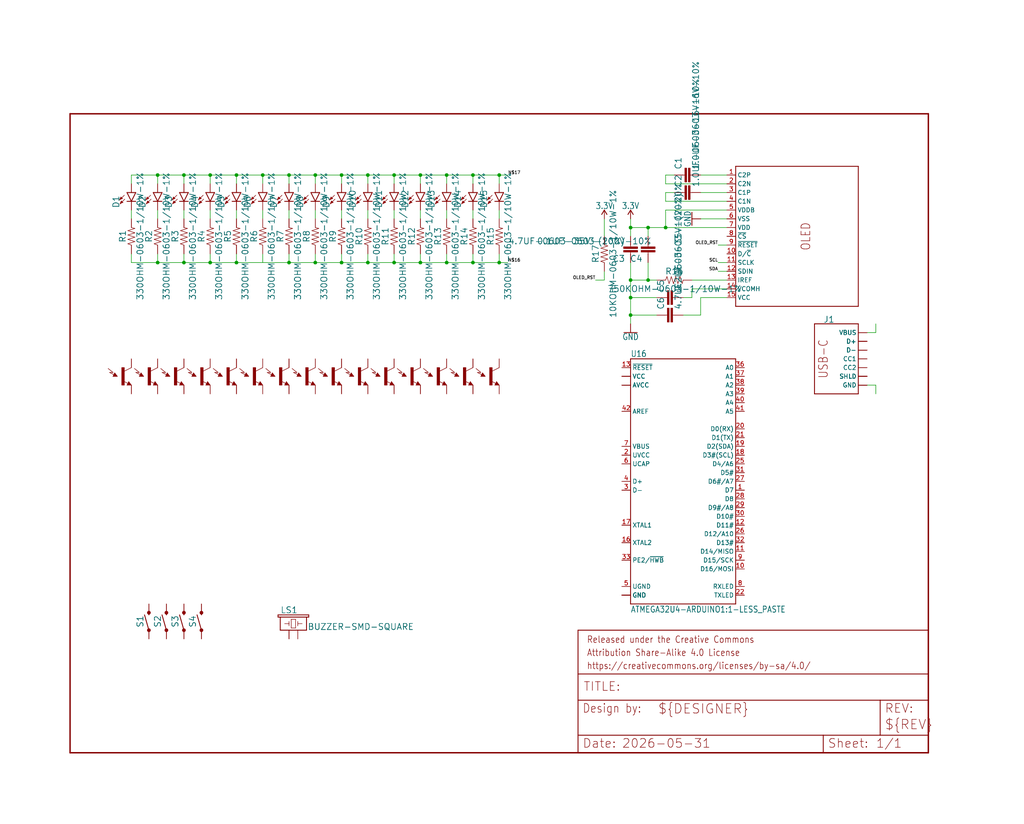
<source format=kicad_sch>
(kicad_sch (version 20230121) (generator eeschema)
  (paper "User" 297.002 239.116)
  (lib_symbols
    (symbol "working-eagle-import:0.1UF-0603-100V-10%"
      (property "Reference" "C" (at 1.524 2.921 0))
      (symbol "0.1UF-0603-100V-10%_1_0"
        (rectangle (start -2.032 0.508) (end 2.032 1.016) (fill (type outline)))
        (rectangle (start -2.032 1.524) (end 2.032 2.032) (fill (type outline)))
        (polyline (pts (xy 0 0) (xy 0 0.508)) (stroke (width 0.1524)))
        (polyline (pts (xy 0 2.54) (xy 0 2.032)) (stroke (width 0.1524)))
        (pin passive line (at 0 5.08 270) (length 2.54) (name "1") (number "1"))
        (pin passive line (at 0 -2.54 90) (length 2.54) (name "2") (number "2"))
      )
    )
    (symbol "working-eagle-import:1.0UF-0603-16V-10%"
      (property "Reference" "C" (at 1.524 2.921 0))
      (symbol "1.0UF-0603-16V-10%_1_0"
        (rectangle (start -2.032 0.508) (end 2.032 1.016) (fill (type outline)))
        (rectangle (start -2.032 1.524) (end 2.032 2.032) (fill (type outline)))
        (polyline (pts (xy 0 0) (xy 0 0.508)) (stroke (width 0.1524)))
        (polyline (pts (xy 0 2.54) (xy 0 2.032)) (stroke (width 0.1524)))
        (pin passive line (at 0 5.08 270) (length 2.54) (name "1") (number "1"))
        (pin passive line (at 0 -2.54 90) (length 2.54) (name "2") (number "2"))
      )
    )
    (symbol "working-eagle-import:10KOHM-0603-1/10W-1%"
      (property "Reference" "R" (at 0 1.524 0))
      (symbol "10KOHM-0603-1/10W-1%_1_0"
        (polyline (pts (xy -2.54 0) (xy -2.159 1.016)) (stroke (width 0.1524)))
        (polyline (pts (xy -2.159 1.016) (xy -1.524 -1.016)) (stroke (width 0.1524)))
        (polyline (pts (xy -1.524 -1.016) (xy -0.889 1.016)) (stroke (width 0.1524)))
        (polyline (pts (xy -0.889 1.016) (xy -0.254 -1.016)) (stroke (width 0.1524)))
        (polyline (pts (xy -0.254 -1.016) (xy 0.381 1.016)) (stroke (width 0.1524)))
        (polyline (pts (xy 0.381 1.016) (xy 1.016 -1.016)) (stroke (width 0.1524)))
        (polyline (pts (xy 1.016 -1.016) (xy 1.651 1.016)) (stroke (width 0.1524)))
        (polyline (pts (xy 1.651 1.016) (xy 2.286 -1.016)) (stroke (width 0.1524)))
        (polyline (pts (xy 2.286 -1.016) (xy 2.54 0)) (stroke (width 0.1524)))
        (pin passive line (at -5.08 0 0) (length 2.54) (name "1") (number "1"))
        (pin passive line (at 5.08 0 180) (length 2.54) (name "2") (number "2"))
      )
    )
    (symbol "working-eagle-import:2.2UF-0603-10V-20%"
      (property "Reference" "C" (at 1.524 2.921 0))
      (symbol "2.2UF-0603-10V-20%_1_0"
        (rectangle (start -2.032 0.508) (end 2.032 1.016) (fill (type outline)))
        (rectangle (start -2.032 1.524) (end 2.032 2.032) (fill (type outline)))
        (polyline (pts (xy 0 0) (xy 0 0.508)) (stroke (width 0.1524)))
        (polyline (pts (xy 0 2.54) (xy 0 2.032)) (stroke (width 0.1524)))
        (pin passive line (at 0 5.08 270) (length 2.54) (name "1") (number "1"))
        (pin passive line (at 0 -2.54 90) (length 2.54) (name "2") (number "2"))
      )
    )
    (symbol "working-eagle-import:3.3V" (power)
      (property "Value" "3.3V" (at 0 2.794 0))
      (symbol "3.3V_1_0"
        (polyline (pts (xy 0 2.54) (xy -0.762 1.27)) (stroke (width 0.254)))
        (polyline (pts (xy 0.762 1.27) (xy 0 2.54)) (stroke (width 0.254)))
        (pin power_in line (at 0 0 90) (length 2.54) (name "3.3V") (number "1"))
      )
    )
    (symbol "working-eagle-import:330OHM-0603-1/10W-1%"
      (property "Reference" "R" (at 0 1.524 0))
      (symbol "330OHM-0603-1/10W-1%_1_0"
        (polyline (pts (xy -2.54 0) (xy -2.159 1.016)) (stroke (width 0.1524)))
        (polyline (pts (xy -2.159 1.016) (xy -1.524 -1.016)) (stroke (width 0.1524)))
        (polyline (pts (xy -1.524 -1.016) (xy -0.889 1.016)) (stroke (width 0.1524)))
        (polyline (pts (xy -0.889 1.016) (xy -0.254 -1.016)) (stroke (width 0.1524)))
        (polyline (pts (xy -0.254 -1.016) (xy 0.381 1.016)) (stroke (width 0.1524)))
        (polyline (pts (xy 0.381 1.016) (xy 1.016 -1.016)) (stroke (width 0.1524)))
        (polyline (pts (xy 1.016 -1.016) (xy 1.651 1.016)) (stroke (width 0.1524)))
        (polyline (pts (xy 1.651 1.016) (xy 2.286 -1.016)) (stroke (width 0.1524)))
        (polyline (pts (xy 2.286 -1.016) (xy 2.54 0)) (stroke (width 0.1524)))
        (pin passive line (at -5.08 0 0) (length 2.54) (name "1") (number "1"))
        (pin passive line (at 5.08 0 180) (length 2.54) (name "2") (number "2"))
      )
    )
    (symbol "working-eagle-import:4.7UF-0603-35V-(20%)"
      (property "Reference" "C" (at 1.524 2.921 0))
      (symbol "4.7UF-0603-35V-(20%)_1_0"
        (rectangle (start -2.032 0.508) (end 2.032 1.016) (fill (type outline)))
        (rectangle (start -2.032 1.524) (end 2.032 2.032) (fill (type outline)))
        (polyline (pts (xy 0 0) (xy 0 0.508)) (stroke (width 0.1524)))
        (polyline (pts (xy 0 2.54) (xy 0 2.032)) (stroke (width 0.1524)))
        (pin passive line (at 0 5.08 270) (length 2.54) (name "1") (number "1"))
        (pin passive line (at 0 -2.54 90) (length 2.54) (name "2") (number "2"))
      )
    )
    (symbol "working-eagle-import:750KOHM-0603-1/10W-1%"
      (property "Reference" "R" (at 0 1.524 0))
      (symbol "750KOHM-0603-1/10W-1%_1_0"
        (polyline (pts (xy -2.54 0) (xy -2.159 1.016)) (stroke (width 0.1524)))
        (polyline (pts (xy -2.159 1.016) (xy -1.524 -1.016)) (stroke (width 0.1524)))
        (polyline (pts (xy -1.524 -1.016) (xy -0.889 1.016)) (stroke (width 0.1524)))
        (polyline (pts (xy -0.889 1.016) (xy -0.254 -1.016)) (stroke (width 0.1524)))
        (polyline (pts (xy -0.254 -1.016) (xy 0.381 1.016)) (stroke (width 0.1524)))
        (polyline (pts (xy 0.381 1.016) (xy 1.016 -1.016)) (stroke (width 0.1524)))
        (polyline (pts (xy 1.016 -1.016) (xy 1.651 1.016)) (stroke (width 0.1524)))
        (polyline (pts (xy 1.651 1.016) (xy 2.286 -1.016)) (stroke (width 0.1524)))
        (polyline (pts (xy 2.286 -1.016) (xy 2.54 0)) (stroke (width 0.1524)))
        (pin passive line (at -5.08 0 0) (length 2.54) (name "1") (number "1"))
        (pin passive line (at 5.08 0 180) (length 2.54) (name "2") (number "2"))
      )
    )
    (symbol "working-eagle-import:ATMEGA32U4-ARDUINO1{colon}1-LESS_PASTE"
      (property "Reference" "U" (at -15.24 38.608 0))
      (symbol "ATMEGA32U4-ARDUINO1{colon}1-LESS_PASTE_1_0"
        (polyline (pts (xy -15.24 -33.02) (xy 15.24 -33.02)) (stroke (width 0.254)))
        (polyline (pts (xy -15.24 38.1) (xy -15.24 -33.02)) (stroke (width 0.254)))
        (polyline (pts (xy 15.24 -33.02) (xy 15.24 38.1)) (stroke (width 0.254)))
        (polyline (pts (xy 15.24 38.1) (xy -15.24 38.1)) (stroke (width 0.254)))
        (pin bidirectional line (at 17.78 0 180) (length 2.54) (name "D7") (number "1"))
        (pin bidirectional line (at 17.78 -22.86 180) (length 2.54) (name "D16/MOSI") (number "10"))
        (pin bidirectional line (at 17.78 -17.78 180) (length 2.54) (name "D14/MISO") (number "11"))
        (pin bidirectional line (at 17.78 -10.16 180) (length 2.54) (name "D11#") (number "12"))
        (pin bidirectional line (at -17.78 35.56 0) (length 2.54) (name "~{RESET}") (number "13"))
        (pin bidirectional line (at -17.78 33.02 0) (length 2.54) (name "VCC") (number "14"))
        (pin bidirectional line (at -17.78 -30.48 0) (length 2.54) (name "GND") (number "15"))
        (pin bidirectional line (at -17.78 -15.24 0) (length 2.54) (name "XTAL2") (number "16"))
        (pin bidirectional line (at -17.78 -10.16 0) (length 2.54) (name "XTAL1") (number "17"))
        (pin bidirectional line (at 17.78 10.16 180) (length 2.54) (name "D3#(SCL)") (number "18"))
        (pin bidirectional line (at 17.78 12.7 180) (length 2.54) (name "D2(SDA)") (number "19"))
        (pin bidirectional line (at -17.78 10.16 0) (length 2.54) (name "UVCC") (number "2"))
        (pin bidirectional line (at 17.78 17.78 180) (length 2.54) (name "D0(RX)") (number "20"))
        (pin bidirectional line (at 17.78 15.24 180) (length 2.54) (name "D1(TX)") (number "21"))
        (pin bidirectional line (at 17.78 -30.48 180) (length 2.54) (name "TXLED") (number "22"))
        (pin bidirectional line (at -17.78 -30.48 0) (length 2.54) (name "GND") (number "23"))
        (pin bidirectional line (at -17.78 30.48 0) (length 2.54) (name "AVCC") (number "24"))
        (pin bidirectional line (at 17.78 7.62 180) (length 2.54) (name "D4/A6") (number "25"))
        (pin bidirectional line (at 17.78 -12.7 180) (length 2.54) (name "D12/A10") (number "26"))
        (pin bidirectional line (at 17.78 2.54 180) (length 2.54) (name "D6#/A7") (number "27"))
        (pin bidirectional line (at 17.78 -2.54 180) (length 2.54) (name "D8") (number "28"))
        (pin bidirectional line (at 17.78 -5.08 180) (length 2.54) (name "D9#/A8") (number "29"))
        (pin bidirectional line (at -17.78 0 0) (length 2.54) (name "D-") (number "3"))
        (pin bidirectional line (at 17.78 -7.62 180) (length 2.54) (name "D10#") (number "30"))
        (pin bidirectional line (at 17.78 5.08 180) (length 2.54) (name "D5#") (number "31"))
        (pin bidirectional line (at 17.78 -15.24 180) (length 2.54) (name "D13#") (number "32"))
        (pin bidirectional line (at -17.78 -20.32 0) (length 2.54) (name "PE2/~{HWB}") (number "33"))
        (pin bidirectional line (at -17.78 33.02 0) (length 2.54) (name "VCC") (number "34"))
        (pin bidirectional line (at -17.78 -30.48 0) (length 2.54) (name "GND") (number "35"))
        (pin bidirectional line (at 17.78 35.56 180) (length 2.54) (name "A0") (number "36"))
        (pin bidirectional line (at 17.78 33.02 180) (length 2.54) (name "A1") (number "37"))
        (pin bidirectional line (at 17.78 30.48 180) (length 2.54) (name "A2") (number "38"))
        (pin bidirectional line (at 17.78 27.94 180) (length 2.54) (name "A3") (number "39"))
        (pin bidirectional line (at -17.78 2.54 0) (length 2.54) (name "D+") (number "4"))
        (pin bidirectional line (at 17.78 25.4 180) (length 2.54) (name "A4") (number "40"))
        (pin bidirectional line (at 17.78 22.86 180) (length 2.54) (name "A5") (number "41"))
        (pin bidirectional line (at -17.78 22.86 0) (length 2.54) (name "AREF") (number "42"))
        (pin bidirectional line (at -17.78 -30.48 0) (length 2.54) (name "GND") (number "43"))
        (pin bidirectional line (at -17.78 30.48 0) (length 2.54) (name "AVCC") (number "44"))
        (pin bidirectional line (at -17.78 -27.94 0) (length 2.54) (name "UGND") (number "5"))
        (pin bidirectional line (at -17.78 7.62 0) (length 2.54) (name "UCAP") (number "6"))
        (pin bidirectional line (at -17.78 12.7 0) (length 2.54) (name "VBUS") (number "7"))
        (pin bidirectional line (at 17.78 -27.94 180) (length 2.54) (name "RXLED") (number "8"))
        (pin bidirectional line (at 17.78 -20.32 180) (length 2.54) (name "D15/SCK") (number "9"))
      )
    )
    (symbol "working-eagle-import:BUZZER-SMD-SQUARE"
      (property "Reference" "LS" (at -2.54 4.826 0))
      (symbol "BUZZER-SMD-SQUARE_1_0"
        (polyline (pts (xy -3.175 3.81) (xy -2.54 3.81)) (stroke (width 0.254)))
        (polyline (pts (xy -3.175 4.445) (xy -3.175 3.81)) (stroke (width 0.254)))
        (polyline (pts (xy -2.54 0) (xy 5.08 0)) (stroke (width 0.254)))
        (polyline (pts (xy -2.54 3.81) (xy -2.54 0)) (stroke (width 0.254)))
        (polyline (pts (xy -2.54 3.81) (xy 5.08 3.81)) (stroke (width 0.254)))
        (polyline (pts (xy -1.27 1.905) (xy 0 1.905)) (stroke (width 0.1524)))
        (polyline (pts (xy 0 1.905) (xy 0 1.27)) (stroke (width 0.1524)))
        (polyline (pts (xy 0 1.905) (xy 0 2.54)) (stroke (width 0.1524)))
        (polyline (pts (xy 0.635 0.635) (xy 1.905 0.635)) (stroke (width 0.1524)))
        (polyline (pts (xy 0.635 3.175) (xy 0.635 0.635)) (stroke (width 0.1524)))
        (polyline (pts (xy 1.905 0.635) (xy 1.905 3.175)) (stroke (width 0.1524)))
        (polyline (pts (xy 1.905 3.175) (xy 0.635 3.175)) (stroke (width 0.1524)))
        (polyline (pts (xy 2.54 1.905) (xy 2.54 1.27)) (stroke (width 0.1524)))
        (polyline (pts (xy 2.54 1.905) (xy 3.81 1.905)) (stroke (width 0.1524)))
        (polyline (pts (xy 2.54 2.54) (xy 2.54 1.905)) (stroke (width 0.1524)))
        (polyline (pts (xy 5.08 0) (xy 5.08 3.81)) (stroke (width 0.254)))
        (polyline (pts (xy 5.08 3.81) (xy 5.715 3.81)) (stroke (width 0.254)))
        (polyline (pts (xy 5.715 3.81) (xy 5.715 4.445)) (stroke (width 0.254)))
        (polyline (pts (xy 5.715 4.445) (xy -3.175 4.445)) (stroke (width 0.254)))
        (pin passive line (at 0 -2.54 90) (length 2.54) (name "1") (number "+"))
        (pin passive line (at 2.54 -2.54 90) (length 2.54) (name "2") (number "-"))
      )
    )
    (symbol "working-eagle-import:FRAME-LETTER"
      (symbol "FRAME-LETTER_1_0"
        (polyline (pts (xy 0 0) (xy 248.92 0)) (stroke (width 0.4064)))
        (polyline (pts (xy 0 185.42) (xy 0 0)) (stroke (width 0.4064)))
        (polyline (pts (xy 0 185.42) (xy 248.92 185.42)) (stroke (width 0.4064)))
        (polyline (pts (xy 248.92 185.42) (xy 248.92 0)) (stroke (width 0.4064)))
      )
      (symbol "FRAME-LETTER_2_0"
        (polyline (pts (xy 0 0) (xy 0 5.08)) (stroke (width 0.254)))
        (polyline (pts (xy 0 0) (xy 71.12 0)) (stroke (width 0.254)))
        (polyline (pts (xy 0 5.08) (xy 0 15.24)) (stroke (width 0.254)))
        (polyline (pts (xy 0 5.08) (xy 71.12 5.08)) (stroke (width 0.254)))
        (polyline (pts (xy 0 15.24) (xy 0 22.86)) (stroke (width 0.254)))
        (polyline (pts (xy 0 22.86) (xy 0 35.56)) (stroke (width 0.254)))
        (polyline (pts (xy 0 22.86) (xy 101.6 22.86)) (stroke (width 0.254)))
        (polyline (pts (xy 71.12 0) (xy 101.6 0)) (stroke (width 0.254)))
        (polyline (pts (xy 71.12 5.08) (xy 71.12 0)) (stroke (width 0.254)))
        (polyline (pts (xy 71.12 5.08) (xy 87.63 5.08)) (stroke (width 0.254)))
        (polyline (pts (xy 87.63 5.08) (xy 101.6 5.08)) (stroke (width 0.254)))
        (polyline (pts (xy 87.63 15.24) (xy 0 15.24)) (stroke (width 0.254)))
        (polyline (pts (xy 87.63 15.24) (xy 87.63 5.08)) (stroke (width 0.254)))
        (polyline (pts (xy 101.6 5.08) (xy 101.6 0)) (stroke (width 0.254)))
        (polyline (pts (xy 101.6 15.24) (xy 87.63 15.24)) (stroke (width 0.254)))
        (polyline (pts (xy 101.6 15.24) (xy 101.6 5.08)) (stroke (width 0.254)))
        (polyline (pts (xy 101.6 22.86) (xy 101.6 15.24)) (stroke (width 0.254)))
        (polyline (pts (xy 101.6 35.56) (xy 0 35.56)) (stroke (width 0.254)))
        (polyline (pts (xy 101.6 35.56) (xy 101.6 22.86)) (stroke (width 0.254)))
        (text "${#}/${##}" (at 86.36 1.27 0) (effects (font (size 2.54 2.54)) (justify left bottom)))
        (text "${CURRENT_DATE}" (at 12.7 1.27 0) (effects (font (size 2.54 2.54)) (justify left bottom)))
        (text "${DESIGNER}" (at 23.114 11.176 0) (effects (font (size 2.7432 2.7432)) (justify left bottom)))
        (text "${PROJECTNAME}" (at 15.494 17.78 0) (effects (font (size 2.7432 2.7432)) (justify left bottom)))
        (text "${REV}" (at 88.9 6.604 0) (effects (font (size 2.7432 2.7432)) (justify left bottom)))
        (text "Attribution Share-Alike 4.0 License" (at 2.54 27.94 0) (effects (font (size 1.9304 1.6408)) (justify left bottom)))
        (text "Date:" (at 1.27 1.27 0) (effects (font (size 2.54 2.54)) (justify left bottom)))
        (text "Design by:" (at 1.27 11.43 0) (effects (font (size 2.54 2.159)) (justify left bottom)))
        (text "https://creativecommons.org/licenses/by-sa/4.0/" (at 2.54 24.13 0) (effects (font (size 1.9304 1.6408)) (justify left bottom)))
        (text "Released under the Creative Commons" (at 2.54 31.75 0) (effects (font (size 1.9304 1.6408)) (justify left bottom)))
        (text "REV:" (at 88.9 11.43 0) (effects (font (size 2.54 2.54)) (justify left bottom)))
        (text "Sheet:" (at 72.39 1.27 0) (effects (font (size 2.54 2.54)) (justify left bottom)))
        (text "TITLE:" (at 1.524 17.78 0) (effects (font (size 2.54 2.54)) (justify left bottom)))
      )
    )
    (symbol "working-eagle-import:GND" (power)
      (property "Value" "GND" (at 0 -0.254 0))
      (symbol "GND_1_0"
        (polyline (pts (xy -1.905 0) (xy 1.905 0)) (stroke (width 0.254)))
        (pin power_in line (at 0 2.54 270) (length 2.54) (name "GND") (number "1"))
      )
    )
    (symbol "working-eagle-import:LED0603"
      (property "Reference" "D" (at -3.429 -4.572 90))
      (symbol "LED0603_1_0"
        (polyline (pts (xy -2.032 -0.762) (xy -3.429 -2.159)) (stroke (width 0.1524)))
        (polyline (pts (xy -1.905 -1.905) (xy -3.302 -3.302)) (stroke (width 0.1524)))
        (polyline (pts (xy 0 -2.54) (xy -1.27 -2.54)) (stroke (width 0.254)))
        (polyline (pts (xy 0 -2.54) (xy -1.27 0)) (stroke (width 0.254)))
        (polyline (pts (xy 1.27 -2.54) (xy 0 -2.54)) (stroke (width 0.254)))
        (polyline (pts (xy 1.27 0) (xy -1.27 0)) (stroke (width 0.254)))
        (polyline (pts (xy 1.27 0) (xy 0 -2.54)) (stroke (width 0.254)))
        (polyline (pts (xy -3.429 -2.159) (xy -3.048 -1.27) (xy -2.54 -1.778)) (stroke (width 0.1524)) (fill (type outline)))
        (polyline (pts (xy -3.302 -3.302) (xy -2.921 -2.413) (xy -2.413 -2.921)) (stroke (width 0.1524)) (fill (type outline)))
        (pin passive line (at 0 2.54 270) (length 2.54) (name "A") (number "A"))
        (pin passive line (at 0 -5.08 90) (length 2.54) (name "C") (number "C"))
      )
    )
    (symbol "working-eagle-import:LIGHT_SENSORALS"
      (symbol "LIGHT_SENSORALS_1_0"
        (rectangle (start -0.254 -2.54) (end 0.508 2.54) (fill (type outline)))
        (polyline (pts (xy -3.81 1.143) (xy -2.794 1.143)) (stroke (width 0.1524)))
        (polyline (pts (xy -2.794 0) (xy -2.286 1.016)) (stroke (width 0.1524)))
        (polyline (pts (xy -2.794 1.143) (xy -4.191 2.286)) (stroke (width 0.1524)))
        (polyline (pts (xy -2.54 0.127) (xy -1.778 0.127)) (stroke (width 0.254)))
        (polyline (pts (xy -2.54 0.254) (xy -2.159 0.254)) (stroke (width 0.254)))
        (polyline (pts (xy -2.524 0.5) (xy -3.756 1.116)) (stroke (width 0.1524)))
        (polyline (pts (xy -2.286 0.762) (xy -2.54 0.254)) (stroke (width 0.254)))
        (polyline (pts (xy -2.286 1.016) (xy -1.524 0)) (stroke (width 0.1524)))
        (polyline (pts (xy -2.159 0.254) (xy -2.286 0.508)) (stroke (width 0.254)))
        (polyline (pts (xy -1.778 0.127) (xy -2.286 0.762)) (stroke (width 0.254)))
        (polyline (pts (xy -1.524 0) (xy -2.794 0)) (stroke (width 0.1524)))
        (polyline (pts (xy 1.27 -2.54) (xy 1.778 -1.524)) (stroke (width 0.1524)))
        (polyline (pts (xy 1.524 -2.413) (xy 2.286 -2.413)) (stroke (width 0.254)))
        (polyline (pts (xy 1.524 -2.286) (xy 1.905 -2.286)) (stroke (width 0.254)))
        (polyline (pts (xy 1.54 -2.04) (xy 0.308 -1.424)) (stroke (width 0.1524)))
        (polyline (pts (xy 1.778 -1.778) (xy 1.524 -2.286)) (stroke (width 0.254)))
        (polyline (pts (xy 1.778 -1.524) (xy 2.54 -2.54)) (stroke (width 0.1524)))
        (polyline (pts (xy 1.905 -2.286) (xy 1.778 -2.032)) (stroke (width 0.254)))
        (polyline (pts (xy 2.286 -2.413) (xy 1.778 -1.778)) (stroke (width 0.254)))
        (polyline (pts (xy 2.54 -2.54) (xy 1.27 -2.54)) (stroke (width 0.1524)))
        (polyline (pts (xy 2.54 2.54) (xy 0.508 1.524)) (stroke (width 0.1524)))
        (pin passive line (at 2.54 5.08 270) (length 2.54) (name "C1") (number "C"))
        (pin passive line (at 2.54 -5.08 90) (length 2.54) (name "E1") (number "E"))
      )
    )
    (symbol "working-eagle-import:MOMENTARY-SWITCH-SPST-SMD-5.2MM-TALL"
      (property "Reference" "S" (at 0 1.524 0))
      (symbol "MOMENTARY-SWITCH-SPST-SMD-5.2MM-TALL_1_0"
        (circle (center -2.54 0) (radius 0.127) (stroke (width 0.4064)))
        (polyline (pts (xy -2.54 0) (xy 1.905 1.27)) (stroke (width 0.254)))
        (polyline (pts (xy 1.905 0) (xy 2.54 0)) (stroke (width 0.254)))
        (circle (center 2.54 0) (radius 0.127) (stroke (width 0.4064)))
        (pin passive line (at -5.08 0 0) (length 2.54) (name "1") (number "1"))
        (pin passive line (at 5.08 0 180) (length 2.54) (name "2") (number "3"))
      )
    )
    (symbol "working-eagle-import:OLED128X64SIDEREAR-MOUNT"
      (symbol "OLED128X64SIDEREAR-MOUNT_1_0"
        (polyline (pts (xy -12.7 -20.32) (xy 22.86 -20.32)) (stroke (width 0.254)))
        (polyline (pts (xy -12.7 20.32) (xy -12.7 -20.32)) (stroke (width 0.254)))
        (polyline (pts (xy 22.86 -20.32) (xy 22.86 20.32)) (stroke (width 0.254)))
        (polyline (pts (xy 22.86 20.32) (xy -12.7 20.32)) (stroke (width 0.254)))
        (text "OLED" (at 7.62 0 900) (effects (font (size 2.54 2.159))))
        (pin bidirectional line (at -15.24 17.78 0) (length 2.54) (name "C2P") (number "1"))
        (pin bidirectional line (at -15.24 -5.08 0) (length 2.54) (name "D/~{C}") (number "10"))
        (pin bidirectional line (at -15.24 -7.62 0) (length 2.54) (name "SCLK") (number "11"))
        (pin bidirectional line (at -15.24 -10.16 0) (length 2.54) (name "SDIN") (number "12"))
        (pin bidirectional line (at -15.24 -12.7 0) (length 2.54) (name "IREF") (number "13"))
        (pin bidirectional line (at -15.24 -15.24 0) (length 2.54) (name "VCOMH") (number "14"))
        (pin bidirectional line (at -15.24 -17.78 0) (length 2.54) (name "VCC") (number "15"))
        (pin bidirectional line (at -15.24 15.24 0) (length 2.54) (name "C2N") (number "2"))
        (pin bidirectional line (at -15.24 12.7 0) (length 2.54) (name "C1P") (number "3"))
        (pin bidirectional line (at -15.24 10.16 0) (length 2.54) (name "C1N") (number "4"))
        (pin bidirectional line (at -15.24 7.62 0) (length 2.54) (name "VDDB") (number "5"))
        (pin bidirectional line (at -15.24 5.08 0) (length 2.54) (name "VSS") (number "6"))
        (pin bidirectional line (at -15.24 2.54 0) (length 2.54) (name "VDD") (number "7"))
        (pin bidirectional line (at -15.24 0 0) (length 2.54) (name "~{CS}") (number "8"))
        (pin bidirectional line (at -15.24 -2.54 0) (length 2.54) (name "~{RESET}") (number "9"))
      )
    )
    (symbol "working-eagle-import:USB_C_2-LAYER_PADS"
      (property "Reference" "J" (at -2.54 10.414 0))
      (symbol "USB_C_2-LAYER_PADS_1_0"
        (polyline (pts (xy -2.54 -10.16) (xy -2.54 10.16)) (stroke (width 0.254)))
        (polyline (pts (xy -2.54 -10.16) (xy 10.16 -10.16)) (stroke (width 0.254)))
        (polyline (pts (xy 10.16 -10.16) (xy 10.16 10.16)) (stroke (width 0.254)))
        (polyline (pts (xy 10.16 10.16) (xy -2.54 10.16)) (stroke (width 0.254)))
        (text "USB-C" (at 0 0 900) (effects (font (size 2.54 2.159))))
        (pin bidirectional line (at 12.7 0 180) (length 2.54) (name "CC1") (number "A5"))
        (pin bidirectional line (at 12.7 5.08 180) (length 2.54) (name "D+") (number "A6"))
        (pin bidirectional line (at 12.7 2.54 180) (length 2.54) (name "D-") (number "A7"))
        (pin bidirectional line (at 12.7 -2.54 180) (length 2.54) (name "CC2") (number "B5"))
        (pin bidirectional line (at 12.7 5.08 180) (length 2.54) (name "D+") (number "B6"))
        (pin bidirectional line (at 12.7 2.54 180) (length 2.54) (name "D-") (number "B7"))
        (pin bidirectional line (at 12.7 -7.62 180) (length 2.54) (name "GND") (number "GND"))
        (pin bidirectional line (at 12.7 -7.62 180) (length 2.54) (name "GND") (number "GND2"))
        (pin bidirectional line (at 12.7 -5.08 180) (length 2.54) (name "SHLD") (number "SHLD1"))
        (pin bidirectional line (at 12.7 -5.08 180) (length 2.54) (name "SHLD") (number "SHLD2"))
        (pin bidirectional line (at 12.7 -5.08 180) (length 2.54) (name "SHLD") (number "SHLD3"))
        (pin bidirectional line (at 12.7 -5.08 180) (length 2.54) (name "SHLD") (number "SHLD4"))
        (pin bidirectional line (at 12.7 7.62 180) (length 2.54) (name "VBUS") (number "VBUS1"))
        (pin bidirectional line (at 12.7 7.62 180) (length 2.54) (name "VBUS") (number "VBUS2"))
      )
    )
  )
  (junction (at 137.16 50.8))
  (junction (at 129.54 76.2))
  (junction (at 114.3 50.8))
  (junction (at 68.58 50.8))
  (junction (at 106.68 76.2))
  (junction (at 91.44 50.8))
  (junction (at 53.34 50.8))
  (junction (at 129.54 50.8))
  (junction (at 144.78 76.2))
  (junction (at 68.58 76.2))
  (junction (at 99.06 76.2))
  (junction (at 193.04 66.04))
  (junction (at 144.78 50.8))
  (junction (at 187.96 66.04))
  (junction (at 137.16 76.2))
  (junction (at 60.96 76.2))
  (junction (at 91.44 76.2))
  (junction (at 83.82 76.2))
  (junction (at 182.88 86.36))
  (junction (at 182.88 81.28))
  (junction (at 182.88 91.44))
  (junction (at 121.92 76.2))
  (junction (at 76.2 50.8))
  (junction (at 83.82 50.8))
  (junction (at 121.92 50.8))
  (junction (at 53.34 76.2))
  (junction (at 60.96 50.8))
  (junction (at 187.96 81.28))
  (junction (at 99.06 50.8))
  (junction (at 114.3 76.2))
  (junction (at 45.72 50.8))
  (junction (at 182.88 66.04))
  (junction (at 45.72 76.2))
  (junction (at 106.68 50.8))
  (wire (pts (xy 76.2 76.2) (xy 83.82 76.2)) (stroke (width 0.1524)))
  (wire (pts (xy 195.58 50.8) (xy 193.04 50.8)) (stroke (width 0.1524)))
  (wire (pts (xy 121.92 76.2) (xy 129.54 76.2)) (stroke (width 0.1524)))
  (wire (pts (xy 203.2 91.44) (xy 203.2 86.36)) (stroke (width 0.1524)))
  (wire (pts (xy 83.82 60.96) (xy 83.82 63.5)) (stroke (width 0.1524)))
  (wire (pts (xy 99.06 60.96) (xy 99.06 63.5)) (stroke (width 0.1524)))
  (wire (pts (xy 210.82 76.2) (xy 208.28 76.2)) (stroke (width 0.1524)))
  (wire (pts (xy 193.04 66.04) (xy 210.82 66.04)) (stroke (width 0.1524)))
  (wire (pts (xy 200.66 83.82) (xy 210.82 83.82)) (stroke (width 0.1524)))
  (wire (pts (xy 182.88 66.04) (xy 187.96 66.04)) (stroke (width 0.1524)))
  (wire (pts (xy 129.54 76.2) (xy 129.54 73.66)) (stroke (width 0.1524)))
  (wire (pts (xy 193.04 55.88) (xy 193.04 58.42)) (stroke (width 0.1524)))
  (wire (pts (xy 114.3 50.8) (xy 121.92 50.8)) (stroke (width 0.1524)))
  (wire (pts (xy 60.96 50.8) (xy 60.96 53.34)) (stroke (width 0.1524)))
  (wire (pts (xy 60.96 50.8) (xy 68.58 50.8)) (stroke (width 0.1524)))
  (wire (pts (xy 53.34 50.8) (xy 60.96 50.8)) (stroke (width 0.1524)))
  (wire (pts (xy 137.16 50.8) (xy 137.16 53.34)) (stroke (width 0.1524)))
  (wire (pts (xy 45.72 76.2) (xy 53.34 76.2)) (stroke (width 0.1524)))
  (wire (pts (xy 195.58 55.88) (xy 193.04 55.88)) (stroke (width 0.1524)))
  (wire (pts (xy 193.04 66.04) (xy 187.96 66.04)) (stroke (width 0.1524)))
  (wire (pts (xy 83.82 76.2) (xy 83.82 73.66)) (stroke (width 0.1524)))
  (wire (pts (xy 68.58 76.2) (xy 76.2 76.2)) (stroke (width 0.1524)))
  (wire (pts (xy 182.88 86.36) (xy 182.88 81.28)) (stroke (width 0.1524)))
  (wire (pts (xy 210.82 55.88) (xy 203.2 55.88)) (stroke (width 0.1524)))
  (wire (pts (xy 175.26 81.28) (xy 172.72 81.28)) (stroke (width 0.1524)))
  (wire (pts (xy 83.82 50.8) (xy 83.82 53.34)) (stroke (width 0.1524)))
  (wire (pts (xy 38.1 76.2) (xy 45.72 76.2)) (stroke (width 0.1524)))
  (wire (pts (xy 193.04 60.96) (xy 193.04 66.04)) (stroke (width 0.1524)))
  (wire (pts (xy 99.06 50.8) (xy 106.68 50.8)) (stroke (width 0.1524)))
  (wire (pts (xy 99.06 50.8) (xy 99.06 53.34)) (stroke (width 0.1524)))
  (wire (pts (xy 182.88 81.28) (xy 187.96 81.28)) (stroke (width 0.1524)))
  (wire (pts (xy 76.2 76.2) (xy 76.2 73.66)) (stroke (width 0.1524)))
  (wire (pts (xy 144.78 76.2) (xy 147.32 76.2)) (stroke (width 0.1524)))
  (wire (pts (xy 99.06 76.2) (xy 106.68 76.2)) (stroke (width 0.1524)))
  (wire (pts (xy 106.68 76.2) (xy 106.68 73.66)) (stroke (width 0.1524)))
  (wire (pts (xy 129.54 76.2) (xy 137.16 76.2)) (stroke (width 0.1524)))
  (wire (pts (xy 106.68 76.2) (xy 114.3 76.2)) (stroke (width 0.1524)))
  (wire (pts (xy 251.46 96.52) (xy 254 96.52)) (stroke (width 0.1524)))
  (wire (pts (xy 254 96.52) (xy 254 93.98)) (stroke (width 0.1524)))
  (wire (pts (xy 193.04 58.42) (xy 210.82 58.42)) (stroke (width 0.1524)))
  (wire (pts (xy 175.26 78.74) (xy 175.26 81.28)) (stroke (width 0.1524)))
  (wire (pts (xy 114.3 76.2) (xy 114.3 73.66)) (stroke (width 0.1524)))
  (wire (pts (xy 210.82 60.96) (xy 193.04 60.96)) (stroke (width 0.1524)))
  (wire (pts (xy 210.82 50.8) (xy 203.2 50.8)) (stroke (width 0.1524)))
  (wire (pts (xy 91.44 50.8) (xy 91.44 53.34)) (stroke (width 0.1524)))
  (wire (pts (xy 137.16 60.96) (xy 137.16 63.5)) (stroke (width 0.1524)))
  (wire (pts (xy 190.5 91.44) (xy 182.88 91.44)) (stroke (width 0.1524)))
  (wire (pts (xy 210.82 63.5) (xy 203.2 63.5)) (stroke (width 0.1524)))
  (wire (pts (xy 45.72 60.96) (xy 45.72 63.5)) (stroke (width 0.1524)))
  (wire (pts (xy 68.58 50.8) (xy 68.58 53.34)) (stroke (width 0.1524)))
  (wire (pts (xy 45.72 50.8) (xy 45.72 53.34)) (stroke (width 0.1524)))
  (wire (pts (xy 114.3 50.8) (xy 114.3 53.34)) (stroke (width 0.1524)))
  (wire (pts (xy 137.16 76.2) (xy 137.16 73.66)) (stroke (width 0.1524)))
  (wire (pts (xy 91.44 76.2) (xy 99.06 76.2)) (stroke (width 0.1524)))
  (wire (pts (xy 200.66 81.28) (xy 210.82 81.28)) (stroke (width 0.1524)))
  (wire (pts (xy 91.44 60.96) (xy 91.44 63.5)) (stroke (width 0.1524)))
  (wire (pts (xy 129.54 50.8) (xy 129.54 53.34)) (stroke (width 0.1524)))
  (wire (pts (xy 182.88 91.44) (xy 182.88 93.98)) (stroke (width 0.1524)))
  (wire (pts (xy 76.2 50.8) (xy 83.82 50.8)) (stroke (width 0.1524)))
  (wire (pts (xy 182.88 68.58) (xy 182.88 66.04)) (stroke (width 0.1524)))
  (wire (pts (xy 60.96 76.2) (xy 68.58 76.2)) (stroke (width 0.1524)))
  (wire (pts (xy 68.58 76.2) (xy 68.58 73.66)) (stroke (width 0.1524)))
  (wire (pts (xy 68.58 60.96) (xy 68.58 63.5)) (stroke (width 0.1524)))
  (wire (pts (xy 60.96 60.96) (xy 60.96 63.5)) (stroke (width 0.1524)))
  (wire (pts (xy 106.68 60.96) (xy 106.68 63.5)) (stroke (width 0.1524)))
  (wire (pts (xy 60.96 76.2) (xy 60.96 73.66)) (stroke (width 0.1524)))
  (wire (pts (xy 53.34 60.96) (xy 53.34 63.5)) (stroke (width 0.1524)))
  (wire (pts (xy 144.78 60.96) (xy 144.78 63.5)) (stroke (width 0.1524)))
  (wire (pts (xy 198.12 91.44) (xy 203.2 91.44)) (stroke (width 0.1524)))
  (wire (pts (xy 38.1 60.96) (xy 38.1 63.5)) (stroke (width 0.1524)))
  (wire (pts (xy 53.34 50.8) (xy 53.34 53.34)) (stroke (width 0.1524)))
  (wire (pts (xy 129.54 50.8) (xy 137.16 50.8)) (stroke (width 0.1524)))
  (wire (pts (xy 68.58 50.8) (xy 76.2 50.8)) (stroke (width 0.1524)))
  (wire (pts (xy 91.44 50.8) (xy 99.06 50.8)) (stroke (width 0.1524)))
  (wire (pts (xy 187.96 81.28) (xy 190.5 81.28)) (stroke (width 0.1524)))
  (wire (pts (xy 200.66 86.36) (xy 200.66 83.82)) (stroke (width 0.1524)))
  (wire (pts (xy 210.82 71.12) (xy 208.28 71.12)) (stroke (width 0.1524)))
  (wire (pts (xy 106.68 50.8) (xy 114.3 50.8)) (stroke (width 0.1524)))
  (wire (pts (xy 187.96 76.2) (xy 187.96 81.28)) (stroke (width 0.1524)))
  (wire (pts (xy 53.34 76.2) (xy 60.96 76.2)) (stroke (width 0.1524)))
  (wire (pts (xy 198.12 86.36) (xy 200.66 86.36)) (stroke (width 0.1524)))
  (wire (pts (xy 175.26 68.58) (xy 175.26 63.5)) (stroke (width 0.1524)))
  (wire (pts (xy 137.16 76.2) (xy 144.78 76.2)) (stroke (width 0.1524)))
  (wire (pts (xy 193.04 53.34) (xy 210.82 53.34)) (stroke (width 0.1524)))
  (wire (pts (xy 114.3 60.96) (xy 114.3 63.5)) (stroke (width 0.1524)))
  (wire (pts (xy 210.82 78.74) (xy 208.28 78.74)) (stroke (width 0.1524)))
  (wire (pts (xy 106.68 50.8) (xy 106.68 53.34)) (stroke (width 0.1524)))
  (wire (pts (xy 83.82 50.8) (xy 91.44 50.8)) (stroke (width 0.1524)))
  (wire (pts (xy 254 111.76) (xy 254 114.3)) (stroke (width 0.1524)))
  (wire (pts (xy 182.88 66.04) (xy 182.88 63.5)) (stroke (width 0.1524)))
  (wire (pts (xy 45.72 76.2) (xy 45.72 73.66)) (stroke (width 0.1524)))
  (wire (pts (xy 182.88 91.44) (xy 182.88 86.36)) (stroke (width 0.1524)))
  (wire (pts (xy 190.5 86.36) (xy 182.88 86.36)) (stroke (width 0.1524)))
  (wire (pts (xy 144.78 50.8) (xy 144.78 53.34)) (stroke (width 0.1524)))
  (wire (pts (xy 83.82 76.2) (xy 91.44 76.2)) (stroke (width 0.1524)))
  (wire (pts (xy 76.2 50.8) (xy 76.2 53.34)) (stroke (width 0.1524)))
  (wire (pts (xy 137.16 50.8) (xy 144.78 50.8)) (stroke (width 0.1524)))
  (wire (pts (xy 203.2 86.36) (xy 210.82 86.36)) (stroke (width 0.1524)))
  (wire (pts (xy 121.92 76.2) (xy 121.92 73.66)) (stroke (width 0.1524)))
  (wire (pts (xy 121.92 50.8) (xy 121.92 53.34)) (stroke (width 0.1524)))
  (wire (pts (xy 121.92 60.96) (xy 121.92 63.5)) (stroke (width 0.1524)))
  (wire (pts (xy 76.2 60.96) (xy 76.2 63.5)) (stroke (width 0.1524)))
  (wire (pts (xy 193.04 50.8) (xy 193.04 53.34)) (stroke (width 0.1524)))
  (wire (pts (xy 38.1 50.8) (xy 45.72 50.8)) (stroke (width 0.1524)))
  (wire (pts (xy 251.46 111.76) (xy 254 111.76)) (stroke (width 0.1524)))
  (wire (pts (xy 121.92 50.8) (xy 129.54 50.8)) (stroke (width 0.1524)))
  (wire (pts (xy 114.3 76.2) (xy 121.92 76.2)) (stroke (width 0.1524)))
  (wire (pts (xy 182.88 76.2) (xy 182.88 81.28)) (stroke (width 0.1524)))
  (wire (pts (xy 53.34 76.2) (xy 53.34 73.66)) (stroke (width 0.1524)))
  (wire (pts (xy 38.1 73.66) (xy 38.1 76.2)) (stroke (width 0.1524)))
  (wire (pts (xy 99.06 76.2) (xy 99.06 73.66)) (stroke (width 0.1524)))
  (wire (pts (xy 187.96 66.04) (xy 187.96 68.58)) (stroke (width 0.1524)))
  (wire (pts (xy 45.72 50.8) (xy 53.34 50.8)) (stroke (width 0.1524)))
  (wire (pts (xy 38.1 53.34) (xy 38.1 50.8)) (stroke (width 0.1524)))
  (wire (pts (xy 144.78 50.8) (xy 147.32 50.8)) (stroke (width 0.1524)))
  (wire (pts (xy 129.54 60.96) (xy 129.54 63.5)) (stroke (width 0.1524)))
  (wire (pts (xy 144.78 76.2) (xy 144.78 73.66)) (stroke (width 0.1524)))
  (wire (pts (xy 91.44 76.2) (xy 91.44 73.66)) (stroke (width 0.1524)))
  (label "OLED_RST" (at 208.28 71.12 180) (effects (font (size 0.889 0.889))))
  (label "N$17" (at 147.32 50.8 0) (effects (font (size 0.889 0.889))))
  (label "SDA" (at 208.28 78.74 180) (effects (font (size 0.889 0.889))))
  (label "SCL" (at 208.28 76.2 180) (effects (font (size 0.889 0.889))))
  (label "N$16" (at 147.32 76.2 0) (effects (font (size 0.889 0.889))))
  (label "OLED_RST" (at 172.72 81.28 180) (effects (font (size 0.889 0.889))))
  (symbol (lib_id "working-eagle-import:2.2UF-0603-10V-20%") (at 195.58 86.36 90) (unit 1)
    (property "Reference" "C5" (at 192.659 84.836 0) (effects (font (size 1.778 1.778)) (justify left bottom)))
    (property "Value" "2.2UF-0603-10V-20%" (at 197.739 84.836 0) (effects (font (size 1.778 1.778)) (justify left bottom)))
    (property "Footprint" "working:0603" (effects hide))
  )
  (symbol (lib_id "working-eagle-import:330OHM-0603-1/10W-1%") (at 38.1 68.58 90) (unit 1)
    (property "Reference" "R1" (at 36.576 68.58 0) (effects (font (size 1.778 1.778)) (justify bottom)))
    (property "Value" "330OHM-0603-1/10W-1%" (at 39.624 68.58 0) (effects (font (size 1.778 1.778)) (justify top)))
    (property "Footprint" "working:0603" (effects hide))
  )
  (symbol (lib_id "working-eagle-import:LED0603") (at 91.44 55.88 0) (unit 1)
    (property "Reference" "D8" (at 88.011 60.452 90) (effects (font (size 1.778 1.778)) (justify left bottom)))
    (property "Value" "LED0603" (effects hide))
    (property "Footprint" "working:LED-0603" (effects hide))
  )
  (symbol (lib_id "working-eagle-import:LED0603") (at 106.68 55.88 0) (unit 1)
    (property "Reference" "D10" (at 103.251 60.452 90) (effects (font (size 1.778 1.778)) (justify left bottom)))
    (property "Value" "LED0603" (effects hide))
    (property "Footprint" "working:LED-0603" (effects hide))
  )
  (symbol (lib_id "working-eagle-import:330OHM-0603-1/10W-1%") (at 53.34 68.58 90) (unit 1)
    (property "Reference" "R3" (at 51.816 68.58 0) (effects (font (size 1.778 1.778)) (justify bottom)))
    (property "Value" "330OHM-0603-1/10W-1%" (at 54.864 68.58 0) (effects (font (size 1.778 1.778)) (justify top)))
    (property "Footprint" "working:0603" (effects hide))
  )
  (symbol (lib_id "working-eagle-import:LED0603") (at 99.06 55.88 0) (unit 1)
    (property "Reference" "D9" (at 95.631 60.452 90) (effects (font (size 1.778 1.778)) (justify left bottom)))
    (property "Value" "LED0603" (effects hide))
    (property "Footprint" "working:LED-0603" (effects hide))
  )
  (symbol (lib_id "working-eagle-import:MOMENTARY-SWITCH-SPST-SMD-5.2MM-TALL") (at 48.26 180.34 90) (unit 1)
    (property "Reference" "S2" (at 46.736 180.34 0) (effects (font (size 1.778 1.778)) (justify bottom)))
    (property "Value" "MOMENTARY-SWITCH-SPST-SMD-5.2MM-TALL" (effects hide))
    (property "Footprint" "working:TACTILE_SWITCH_SMD_5.2MM" (effects hide))
  )
  (symbol (lib_id "working-eagle-import:3.3V") (at 175.26 63.5 0) (unit 1)
    (property "Reference" "#SUPPLY2" (effects hide))
    (property "Value" "3.3V" (at 175.26 60.706 0) (effects (font (size 1.778 1.5113)) (justify bottom)))
  )
  (symbol (lib_id "working-eagle-import:LIGHT_SENSORALS") (at 66.04 109.22 0) (unit 1)
    (property "Reference" "U5" (effects hide))
    (property "Value" "LIGHT_SENSORALS" (effects hide))
    (property "Footprint" "working:ALS-PT19" (effects hide))
  )
  (symbol (lib_id "working-eagle-import:LIGHT_SENSORALS") (at 35.56 109.22 0) (unit 1)
    (property "Reference" "U1" (effects hide))
    (property "Value" "LIGHT_SENSORALS" (effects hide))
    (property "Footprint" "working:ALS-PT19" (effects hide))
  )
  (symbol (lib_id "working-eagle-import:LED0603") (at 76.2 55.88 0) (unit 1)
    (property "Reference" "D6" (at 72.771 60.452 90) (effects (font (size 1.778 1.778)) (justify left bottom)))
    (property "Value" "LED0603" (effects hide))
    (property "Footprint" "working:LED-0603" (effects hide))
  )
  (symbol (lib_id "working-eagle-import:LED0603") (at 129.54 55.88 0) (unit 1)
    (property "Reference" "D13" (at 126.111 60.452 90) (effects (font (size 1.778 1.778)) (justify left bottom)))
    (property "Value" "LED0603" (effects hide))
    (property "Footprint" "working:LED-0603" (effects hide))
  )
  (symbol (lib_id "working-eagle-import:LIGHT_SENSORALS") (at 43.18 109.22 0) (unit 1)
    (property "Reference" "U2" (effects hide))
    (property "Value" "LIGHT_SENSORALS" (effects hide))
    (property "Footprint" "working:ALS-PT19" (effects hide))
  )
  (symbol (lib_id "working-eagle-import:LED0603") (at 144.78 55.88 0) (unit 1)
    (property "Reference" "D15" (at 141.351 60.452 90) (effects (font (size 1.778 1.778)) (justify left bottom)))
    (property "Value" "LED0603" (effects hide))
    (property "Footprint" "working:LED-0603" (effects hide))
  )
  (symbol (lib_id "working-eagle-import:LIGHT_SENSORALS") (at 127 109.22 0) (unit 1)
    (property "Reference" "U13" (effects hide))
    (property "Value" "LIGHT_SENSORALS" (effects hide))
    (property "Footprint" "working:ALS-PT19" (effects hide))
  )
  (symbol (lib_id "working-eagle-import:10KOHM-0603-1/10W-1%") (at 175.26 73.66 90) (unit 1)
    (property "Reference" "R17" (at 173.736 73.66 0) (effects (font (size 1.778 1.778)) (justify bottom)))
    (property "Value" "10KOHM-0603-1/10W-1%" (at 176.784 73.66 0) (effects (font (size 1.778 1.778)) (justify top)))
    (property "Footprint" "working:0603" (effects hide))
  )
  (symbol (lib_id "working-eagle-import:4.7UF-0603-35V-(20%)") (at 182.88 71.12 180) (unit 1)
    (property "Reference" "C3" (at 181.356 74.041 0) (effects (font (size 1.778 1.778)) (justify left bottom)))
    (property "Value" "4.7UF-0603-35V-(20%)" (at 181.356 68.961 0) (effects (font (size 1.778 1.778)) (justify left bottom)))
    (property "Footprint" "working:0603" (effects hide))
  )
  (symbol (lib_id "working-eagle-import:330OHM-0603-1/10W-1%") (at 76.2 68.58 90) (unit 1)
    (property "Reference" "R6" (at 74.676 68.58 0) (effects (font (size 1.778 1.778)) (justify bottom)))
    (property "Value" "330OHM-0603-1/10W-1%" (at 77.724 68.58 0) (effects (font (size 1.778 1.778)) (justify top)))
    (property "Footprint" "working:0603" (effects hide))
  )
  (symbol (lib_id "working-eagle-import:LED0603") (at 53.34 55.88 0) (unit 1)
    (property "Reference" "D3" (at 49.911 60.452 90) (effects (font (size 1.778 1.778)) (justify left bottom)))
    (property "Value" "LED0603" (effects hide))
    (property "Footprint" "working:LED-0603" (effects hide))
  )
  (symbol (lib_id "working-eagle-import:MOMENTARY-SWITCH-SPST-SMD-5.2MM-TALL") (at 53.34 180.34 90) (unit 1)
    (property "Reference" "S3" (at 51.816 180.34 0) (effects (font (size 1.778 1.778)) (justify bottom)))
    (property "Value" "MOMENTARY-SWITCH-SPST-SMD-5.2MM-TALL" (effects hide))
    (property "Footprint" "working:TACTILE_SWITCH_SMD_5.2MM" (effects hide))
  )
  (symbol (lib_id "working-eagle-import:1.0UF-0603-16V-10%") (at 200.66 55.88 90) (unit 1)
    (property "Reference" "C2" (at 197.739 54.356 0) (effects (font (size 1.778 1.778)) (justify left bottom)))
    (property "Value" "1.0UF-0603-16V-10%" (at 202.819 54.356 0) (effects (font (size 1.778 1.778)) (justify left bottom)))
    (property "Footprint" "working:0603" (effects hide))
  )
  (symbol (lib_id "working-eagle-import:330OHM-0603-1/10W-1%") (at 114.3 68.58 90) (unit 1)
    (property "Reference" "R11" (at 112.776 68.58 0) (effects (font (size 1.778 1.778)) (justify bottom)))
    (property "Value" "330OHM-0603-1/10W-1%" (at 115.824 68.58 0) (effects (font (size 1.778 1.778)) (justify top)))
    (property "Footprint" "working:0603" (effects hide))
  )
  (symbol (lib_id "working-eagle-import:LIGHT_SENSORALS") (at 134.62 109.22 0) (unit 1)
    (property "Reference" "U14" (effects hide))
    (property "Value" "LIGHT_SENSORALS" (effects hide))
    (property "Footprint" "working:ALS-PT19" (effects hide))
  )
  (symbol (lib_id "working-eagle-import:LIGHT_SENSORALS") (at 119.38 109.22 0) (unit 1)
    (property "Reference" "U12" (effects hide))
    (property "Value" "LIGHT_SENSORALS" (effects hide))
    (property "Footprint" "working:ALS-PT19" (effects hide))
  )
  (symbol (lib_id "working-eagle-import:LIGHT_SENSORALS") (at 73.66 109.22 0) (unit 1)
    (property "Reference" "U6" (effects hide))
    (property "Value" "LIGHT_SENSORALS" (effects hide))
    (property "Footprint" "working:ALS-PT19" (effects hide))
  )
  (symbol (lib_id "working-eagle-import:1.0UF-0603-16V-10%") (at 200.66 50.8 90) (unit 1)
    (property "Reference" "C1" (at 197.739 49.276 0) (effects (font (size 1.778 1.778)) (justify left bottom)))
    (property "Value" "1.0UF-0603-16V-10%" (at 202.819 49.276 0) (effects (font (size 1.778 1.778)) (justify left bottom)))
    (property "Footprint" "working:0603" (effects hide))
  )
  (symbol (lib_id "working-eagle-import:330OHM-0603-1/10W-1%") (at 60.96 68.58 90) (unit 1)
    (property "Reference" "R4" (at 59.436 68.58 0) (effects (font (size 1.778 1.778)) (justify bottom)))
    (property "Value" "330OHM-0603-1/10W-1%" (at 62.484 68.58 0) (effects (font (size 1.778 1.778)) (justify top)))
    (property "Footprint" "working:0603" (effects hide))
  )
  (symbol (lib_id "working-eagle-import:LED0603") (at 121.92 55.88 0) (unit 1)
    (property "Reference" "D12" (at 118.491 60.452 90) (effects (font (size 1.778 1.778)) (justify left bottom)))
    (property "Value" "LED0603" (effects hide))
    (property "Footprint" "working:LED-0603" (effects hide))
  )
  (symbol (lib_id "working-eagle-import:ATMEGA32U4-ARDUINO1{colon}1-LESS_PASTE") (at 198.12 142.24 0) (unit 1)
    (property "Reference" "U16" (at 182.88 103.632 0) (effects (font (size 1.778 1.5113)) (justify left bottom)))
    (property "Value" "ATMEGA32U4-ARDUINO1{colon}1-LESS_PASTE" (at 182.88 177.8 0) (effects (font (size 1.778 1.5113)) (justify left bottom)))
    (property "Footprint" "working:QFN-44-NOPAD_1_1-LESS_PASTE" (effects hide))
  )
  (symbol (lib_id "working-eagle-import:330OHM-0603-1/10W-1%") (at 106.68 68.58 90) (unit 1)
    (property "Reference" "R10" (at 105.156 68.58 0) (effects (font (size 1.778 1.778)) (justify bottom)))
    (property "Value" "330OHM-0603-1/10W-1%" (at 108.204 68.58 0) (effects (font (size 1.778 1.778)) (justify top)))
    (property "Footprint" "working:0603" (effects hide))
  )
  (symbol (lib_id "working-eagle-import:LIGHT_SENSORALS") (at 96.52 109.22 0) (unit 1)
    (property "Reference" "U9" (effects hide))
    (property "Value" "LIGHT_SENSORALS" (effects hide))
    (property "Footprint" "working:ALS-PT19" (effects hide))
  )
  (symbol (lib_id "working-eagle-import:LIGHT_SENSORALS") (at 50.8 109.22 0) (unit 1)
    (property "Reference" "U3" (effects hide))
    (property "Value" "LIGHT_SENSORALS" (effects hide))
    (property "Footprint" "working:ALS-PT19" (effects hide))
  )
  (symbol (lib_id "working-eagle-import:LED0603") (at 114.3 55.88 0) (unit 1)
    (property "Reference" "D11" (at 110.871 60.452 90) (effects (font (size 1.778 1.778)) (justify left bottom)))
    (property "Value" "LED0603" (effects hide))
    (property "Footprint" "working:LED-0603" (effects hide))
  )
  (symbol (lib_id "working-eagle-import:330OHM-0603-1/10W-1%") (at 68.58 68.58 90) (unit 1)
    (property "Reference" "R5" (at 67.056 68.58 0) (effects (font (size 1.778 1.778)) (justify bottom)))
    (property "Value" "330OHM-0603-1/10W-1%" (at 70.104 68.58 0) (effects (font (size 1.778 1.778)) (justify top)))
    (property "Footprint" "working:0603" (effects hide))
  )
  (symbol (lib_id "working-eagle-import:330OHM-0603-1/10W-1%") (at 45.72 68.58 90) (unit 1)
    (property "Reference" "R2" (at 44.196 68.58 0) (effects (font (size 1.778 1.778)) (justify bottom)))
    (property "Value" "330OHM-0603-1/10W-1%" (at 47.244 68.58 0) (effects (font (size 1.778 1.778)) (justify top)))
    (property "Footprint" "working:0603" (effects hide))
  )
  (symbol (lib_id "working-eagle-import:LED0603") (at 38.1 55.88 0) (unit 1)
    (property "Reference" "D1" (at 34.671 60.452 90) (effects (font (size 1.778 1.778)) (justify left bottom)))
    (property "Value" "LED0603" (effects hide))
    (property "Footprint" "working:LED-0603" (effects hide))
  )
  (symbol (lib_id "working-eagle-import:LED0603") (at 83.82 55.88 0) (unit 1)
    (property "Reference" "D7" (at 80.391 60.452 90) (effects (font (size 1.778 1.778)) (justify left bottom)))
    (property "Value" "LED0603" (effects hide))
    (property "Footprint" "working:LED-0603" (effects hide))
  )
  (symbol (lib_id "working-eagle-import:330OHM-0603-1/10W-1%") (at 121.92 68.58 90) (unit 1)
    (property "Reference" "R12" (at 120.396 68.58 0) (effects (font (size 1.778 1.778)) (justify bottom)))
    (property "Value" "330OHM-0603-1/10W-1%" (at 123.444 68.58 0) (effects (font (size 1.778 1.778)) (justify top)))
    (property "Footprint" "working:0603" (effects hide))
  )
  (symbol (lib_id "working-eagle-import:MOMENTARY-SWITCH-SPST-SMD-5.2MM-TALL") (at 43.18 180.34 90) (unit 1)
    (property "Reference" "S1" (at 41.656 180.34 0) (effects (font (size 1.778 1.778)) (justify bottom)))
    (property "Value" "MOMENTARY-SWITCH-SPST-SMD-5.2MM-TALL" (effects hide))
    (property "Footprint" "working:TACTILE_SWITCH_SMD_5.2MM" (effects hide))
  )
  (symbol (lib_id "working-eagle-import:FRAME-LETTER") (at 167.64 218.44 0) (unit 2)
    (property "Reference" "FRAME1" (effects hide))
    (property "Value" "FRAME-LETTER" (effects hide))
    (property "Footprint" "working:CREATIVE_COMMONS" (effects hide))
  )
  (symbol (lib_id "working-eagle-import:330OHM-0603-1/10W-1%") (at 144.78 68.58 90) (unit 1)
    (property "Reference" "R15" (at 143.256 68.58 0) (effects (font (size 1.778 1.778)) (justify bottom)))
    (property "Value" "330OHM-0603-1/10W-1%" (at 146.304 68.58 0) (effects (font (size 1.778 1.778)) (justify top)))
    (property "Footprint" "working:0603" (effects hide))
  )
  (symbol (lib_id "working-eagle-import:LED0603") (at 68.58 55.88 0) (unit 1)
    (property "Reference" "D5" (at 65.151 60.452 90) (effects (font (size 1.778 1.778)) (justify left bottom)))
    (property "Value" "LED0603" (effects hide))
    (property "Footprint" "working:LED-0603" (effects hide))
  )
  (symbol (lib_id "working-eagle-import:GND") (at 182.88 96.52 0) (unit 1)
    (property "Reference" "#GND2" (effects hide))
    (property "Value" "GND" (at 182.88 96.774 0) (effects (font (size 1.778 1.5113)) (justify top)))
  )
  (symbol (lib_id "working-eagle-import:MOMENTARY-SWITCH-SPST-SMD-5.2MM-TALL") (at 58.42 180.34 90) (unit 1)
    (property "Reference" "S4" (at 56.896 180.34 0) (effects (font (size 1.778 1.778)) (justify bottom)))
    (property "Value" "MOMENTARY-SWITCH-SPST-SMD-5.2MM-TALL" (effects hide))
    (property "Footprint" "working:TACTILE_SWITCH_SMD_5.2MM" (effects hide))
  )
  (symbol (lib_id "working-eagle-import:3.3V") (at 182.88 63.5 0) (unit 1)
    (property "Reference" "#SUPPLY1" (effects hide))
    (property "Value" "3.3V" (at 182.88 60.706 0) (effects (font (size 1.778 1.5113)) (justify bottom)))
  )
  (symbol (lib_id "working-eagle-import:330OHM-0603-1/10W-1%") (at 83.82 68.58 90) (unit 1)
    (property "Reference" "R7" (at 82.296 68.58 0) (effects (font (size 1.778 1.778)) (justify bottom)))
    (property "Value" "330OHM-0603-1/10W-1%" (at 85.344 68.58 0) (effects (font (size 1.778 1.778)) (justify top)))
    (property "Footprint" "working:0603" (effects hide))
  )
  (symbol (lib_id "working-eagle-import:330OHM-0603-1/10W-1%") (at 91.44 68.58 90) (unit 1)
    (property "Reference" "R8" (at 89.916 68.58 0) (effects (font (size 1.778 1.778)) (justify bottom)))
    (property "Value" "330OHM-0603-1/10W-1%" (at 92.964 68.58 0) (effects (font (size 1.778 1.778)) (justify top)))
    (property "Footprint" "working:0603" (effects hide))
  )
  (symbol (lib_id "working-eagle-import:LIGHT_SENSORALS") (at 88.9 109.22 0) (unit 1)
    (property "Reference" "U8" (effects hide))
    (property "Value" "LIGHT_SENSORALS" (effects hide))
    (property "Footprint" "working:ALS-PT19" (effects hide))
  )
  (symbol (lib_id "working-eagle-import:LIGHT_SENSORALS") (at 104.14 109.22 0) (unit 1)
    (property "Reference" "U10" (effects hide))
    (property "Value" "LIGHT_SENSORALS" (effects hide))
    (property "Footprint" "working:ALS-PT19" (effects hide))
  )
  (symbol (lib_id "working-eagle-import:LED0603") (at 137.16 55.88 0) (unit 1)
    (property "Reference" "D14" (at 133.731 60.452 90) (effects (font (size 1.778 1.778)) (justify left bottom)))
    (property "Value" "LED0603" (effects hide))
    (property "Footprint" "working:LED-0603" (effects hide))
  )
  (symbol (lib_id "working-eagle-import:GND") (at 200.66 63.5 270) (unit 1)
    (property "Reference" "#GND1" (effects hide))
    (property "Value" "GND" (at 200.406 63.5 0) (effects (font (size 1.778 1.5113)) (justify top)))
  )
  (symbol (lib_id "working-eagle-import:0.1UF-0603-100V-10%") (at 187.96 71.12 180) (unit 1)
    (property "Reference" "C4" (at 186.436 74.041 0) (effects (font (size 1.778 1.778)) (justify left bottom)))
    (property "Value" "0.1UF-0603-100V-10%" (at 188.976 68.961 0) (effects (font (size 1.778 1.778)) (justify left bottom)))
    (property "Footprint" "working:0603" (effects hide))
  )
  (symbol (lib_id "working-eagle-import:BUZZER-SMD-SQUARE") (at 83.82 182.88 0) (unit 1)
    (property "Reference" "LS1" (at 81.28 178.054 0) (effects (font (size 1.778 1.778)) (justify left bottom)))
    (property "Value" "BUZZER-SMD-SQUARE" (at 89.154 182.88 0) (effects (font (size 1.778 1.778)) (justify left bottom)))
    (property "Footprint" "working:BUZZER_SMD" (effects hide))
  )
  (symbol (lib_id "working-eagle-import:FRAME-LETTER") (at 20.32 218.44 0) (unit 1)
    (property "Reference" "FRAME1" (effects hide))
    (property "Value" "FRAME-LETTER" (effects hide))
    (property "Footprint" "working:CREATIVE_COMMONS" (effects hide))
  )
  (symbol (lib_id "working-eagle-import:4.7UF-0603-35V-(20%)") (at 195.58 91.44 90) (unit 1)
    (property "Reference" "C6" (at 192.659 89.916 0) (effects (font (size 1.778 1.778)) (justify left bottom)))
    (property "Value" "4.7UF-0603-35V-(20%)" (at 197.739 89.916 0) (effects (font (size 1.778 1.778)) (justify left bottom)))
    (property "Footprint" "working:0603" (effects hide))
  )
  (symbol (lib_id "working-eagle-import:330OHM-0603-1/10W-1%") (at 129.54 68.58 90) (unit 1)
    (property "Reference" "R13" (at 128.016 68.58 0) (effects (font (size 1.778 1.778)) (justify bottom)))
    (property "Value" "330OHM-0603-1/10W-1%" (at 131.064 68.58 0) (effects (font (size 1.778 1.778)) (justify top)))
    (property "Footprint" "working:0603" (effects hide))
  )
  (symbol (lib_id "working-eagle-import:LED0603") (at 60.96 55.88 0) (unit 1)
    (property "Reference" "D4" (at 57.531 60.452 90) (effects (font (size 1.778 1.778)) (justify left bottom)))
    (property "Value" "LED0603" (effects hide))
    (property "Footprint" "working:LED-0603" (effects hide))
  )
  (symbol (lib_id "working-eagle-import:LIGHT_SENSORALS") (at 111.76 109.22 0) (unit 1)
    (property "Reference" "U11" (effects hide))
    (property "Value" "LIGHT_SENSORALS" (effects hide))
    (property "Footprint" "working:ALS-PT19" (effects hide))
  )
  (symbol (lib_id "working-eagle-import:330OHM-0603-1/10W-1%") (at 99.06 68.58 90) (unit 1)
    (property "Reference" "R9" (at 97.536 68.58 0) (effects (font (size 1.778 1.778)) (justify bottom)))
    (property "Value" "330OHM-0603-1/10W-1%" (at 100.584 68.58 0) (effects (font (size 1.778 1.778)) (justify top)))
    (property "Footprint" "working:0603" (effects hide))
  )
  (symbol (lib_id "working-eagle-import:750KOHM-0603-1/10W-1%") (at 195.58 81.28 0) (unit 1)
    (property "Reference" "R16" (at 195.58 79.756 0) (effects (font (size 1.778 1.778)) (justify bottom)))
    (property "Value" "750KOHM-0603-1/10W-1%" (at 195.58 82.804 0) (effects (font (size 1.778 1.778)) (justify top)))
    (property "Footprint" "working:0603" (effects hide))
  )
  (symbol (lib_id "working-eagle-import:LIGHT_SENSORALS") (at 142.24 109.22 0) (unit 1)
    (property "Reference" "U15" (effects hide))
    (property "Value" "LIGHT_SENSORALS" (effects hide))
    (property "Footprint" "working:ALS-PT19" (effects hide))
  )
  (symbol (lib_id "working-eagle-import:LIGHT_SENSORALS") (at 81.28 109.22 0) (unit 1)
    (property "Reference" "U7" (effects hide))
    (property "Value" "LIGHT_SENSORALS" (effects hide))
    (property "Footprint" "working:ALS-PT19" (effects hide))
  )
  (symbol (lib_id "working-eagle-import:USB_C_2-LAYER_PADS") (at 238.76 104.14 0) (unit 1)
    (property "Reference" "J1" (at 238.76 93.726 0) (effects (font (size 1.778 1.778)) (justify left bottom)))
    (property "Value" "USB_C_2-LAYER_PADS" (effects hide))
    (property "Footprint" "working:USB-C-16P-2LAYER-PADS" (effects hide))
  )
  (symbol (lib_id "working-eagle-import:330OHM-0603-1/10W-1%") (at 137.16 68.58 90) (unit 1)
    (property "Reference" "R14" (at 135.636 68.58 0) (effects (font (size 1.778 1.778)) (justify bottom)))
    (property "Value" "330OHM-0603-1/10W-1%" (at 138.684 68.58 0) (effects (font (size 1.778 1.778)) (justify top)))
    (property "Footprint" "working:0603" (effects hide))
  )
  (symbol (lib_id "working-eagle-import:OLED128X64SIDEREAR-MOUNT") (at 226.06 68.58 0) (unit 1)
    (property "Reference" "OLED1" (effects hide))
    (property "Value" "OLED128X64SIDEREAR-MOUNT" (effects hide))
    (property "Footprint" "working:OLED-UG-2832TSWGG01-REAR" (effects hide))
  )
  (symbol (lib_id "working-eagle-import:LED0603") (at 45.72 55.88 0) (unit 1)
    (property "Reference" "D2" (at 42.291 60.452 90) (effects (font (size 1.778 1.778)) (justify left bottom)))
    (property "Value" "LED0603" (effects hide))
    (property "Footprint" "working:LED-0603" (effects hide))
  )
  (symbol (lib_id "working-eagle-import:LIGHT_SENSORALS") (at 58.42 109.22 0) (unit 1)
    (property "Reference" "U4" (effects hide))
    (property "Value" "LIGHT_SENSORALS" (effects hide))
    (property "Footprint" "working:ALS-PT19" (effects hide))
  )
)
</source>
